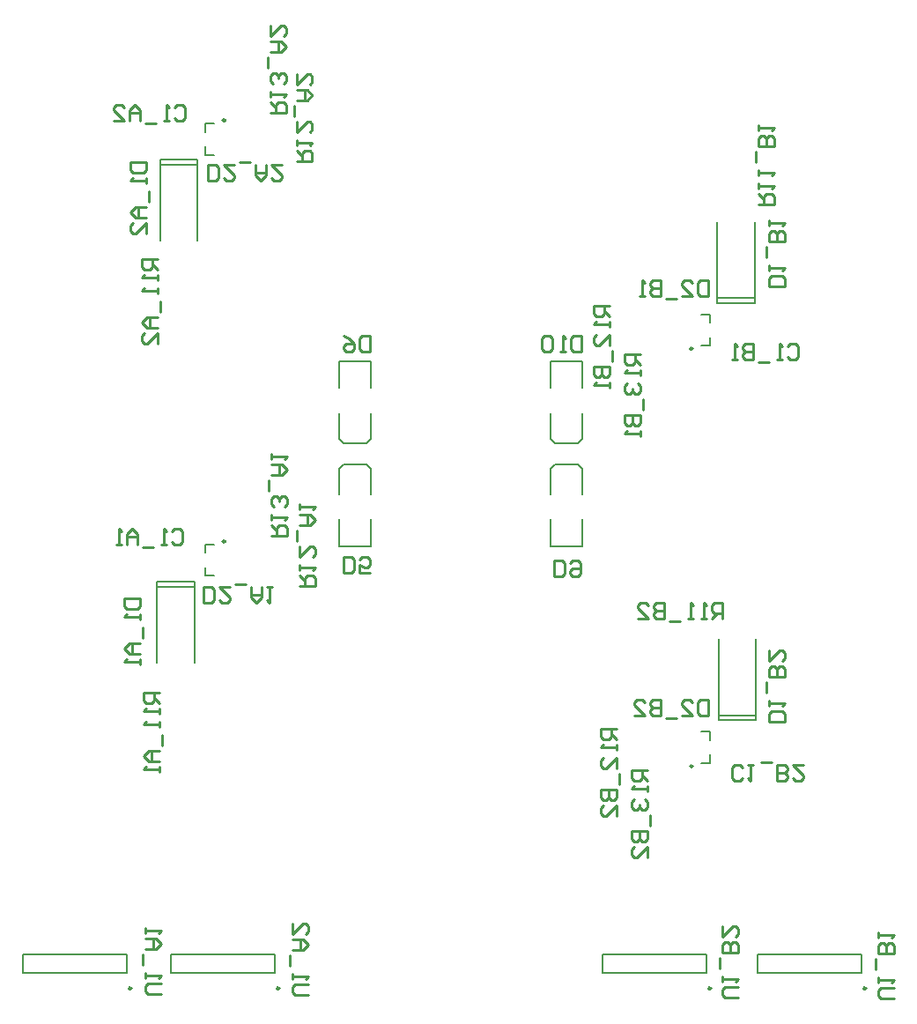
<source format=gbo>
%FSLAX24Y24*%
%MOIN*%
G70*
G01*
G75*
G04 Layer_Color=32896*
%ADD10R,0.0276X0.0354*%
%ADD11R,0.0906X0.0906*%
%ADD12R,0.0354X0.0276*%
%ADD13R,0.0394X0.0433*%
%ADD14R,0.0591X0.0236*%
%ADD15C,0.0787*%
%ADD16C,0.0100*%
%ADD17C,0.0984*%
%ADD18C,0.1575*%
%ADD19C,0.0591*%
%ADD20C,0.1181*%
%ADD21R,0.0591X0.0591*%
%ADD22C,0.0500*%
%ADD23R,0.0906X0.0906*%
%ADD24R,0.0433X0.0394*%
%ADD25R,0.0906X0.0984*%
%ADD26R,0.0453X0.0236*%
%ADD27O,0.0236X0.0866*%
%ADD28C,0.0098*%
%ADD29C,0.0079*%
%ADD30C,0.0394*%
%ADD31C,0.0090*%
%ADD32C,0.0080*%
%ADD33R,0.0356X0.0434*%
%ADD34R,0.0986X0.0986*%
%ADD35R,0.0434X0.0356*%
%ADD36R,0.0474X0.0513*%
%ADD37R,0.0671X0.0316*%
%ADD38C,0.1064*%
%ADD39C,0.1655*%
%ADD40C,0.0671*%
%ADD41C,0.1261*%
%ADD42R,0.0671X0.0671*%
%ADD43C,0.0580*%
%ADD44R,0.0986X0.0986*%
%ADD45R,0.0513X0.0474*%
%ADD46R,0.0986X0.1064*%
%ADD47R,0.0533X0.0316*%
%ADD48O,0.0316X0.0946*%
D16*
X16350Y27726D02*
Y27126D01*
X16050D01*
X15950Y27226D01*
Y27626D01*
X16050Y27726D01*
X16350D01*
X15350D02*
X15550Y27626D01*
X15750Y27426D01*
Y27226D01*
X15650Y27126D01*
X15450D01*
X15350Y27226D01*
Y27326D01*
X15450Y27426D01*
X15750D01*
X15354Y18770D02*
Y19370D01*
X15654D01*
X15754Y19270D01*
Y18870D01*
X15654Y18770D01*
X15354D01*
X16354D02*
X15954D01*
Y19070D01*
X16154Y18970D01*
X16254D01*
X16354Y19070D01*
Y19270D01*
X16254Y19370D01*
X16054D01*
X15954Y19270D01*
X23346Y18652D02*
Y19252D01*
X23646D01*
X23746Y19152D01*
Y18752D01*
X23646Y18652D01*
X23346D01*
X23946Y19152D02*
X24046Y19252D01*
X24246D01*
X24346Y19152D01*
Y18752D01*
X24246Y18652D01*
X24046D01*
X23946Y18752D01*
Y18852D01*
X24046Y18952D01*
X24346D01*
X24350Y27726D02*
Y27126D01*
X24050D01*
X23950Y27226D01*
Y27626D01*
X24050Y27726D01*
X24350D01*
X23750Y27126D02*
X23550D01*
X23650D01*
Y27726D01*
X23750Y27626D01*
X23250D02*
X23150Y27726D01*
X22950D01*
X22850Y27626D01*
Y27226D01*
X22950Y27126D01*
X23150D01*
X23250Y27226D01*
Y27626D01*
X14025Y2795D02*
X13525D01*
X13425Y2895D01*
Y3095D01*
X13525Y3195D01*
X14025D01*
X13425Y3395D02*
Y3595D01*
Y3495D01*
X14025D01*
X13925Y3395D01*
X13325Y3895D02*
Y4295D01*
X13425Y4495D02*
X13825D01*
X14025Y4695D01*
X13825Y4895D01*
X13425D01*
X13725D01*
Y4495D01*
X13425Y5494D02*
Y5095D01*
X13825Y5494D01*
X13925D01*
X14025Y5394D01*
Y5195D01*
X13925Y5095D01*
X8852Y20342D02*
X8952Y20442D01*
X9152D01*
X9252Y20342D01*
Y19942D01*
X9152Y19843D01*
X8952D01*
X8852Y19942D01*
X8652Y19843D02*
X8452D01*
X8552D01*
Y20442D01*
X8652Y20342D01*
X8152Y19743D02*
X7752D01*
X7553Y19843D02*
Y20242D01*
X7353Y20442D01*
X7153Y20242D01*
Y19843D01*
Y20142D01*
X7553D01*
X6953Y19843D02*
X6753D01*
X6853D01*
Y20442D01*
X6953Y20342D01*
X8970Y36366D02*
X9070Y36466D01*
X9270D01*
X9370Y36366D01*
Y35966D01*
X9270Y35866D01*
X9070D01*
X8970Y35966D01*
X8770Y35866D02*
X8570D01*
X8670D01*
Y36466D01*
X8770Y36366D01*
X8270Y35766D02*
X7871D01*
X7671Y35866D02*
Y36266D01*
X7471Y36466D01*
X7271Y36266D01*
Y35866D01*
Y36166D01*
X7671D01*
X6671Y35866D02*
X7071D01*
X6671Y36266D01*
Y36366D01*
X6771Y36466D01*
X6971D01*
X7071Y36366D01*
X32159Y27350D02*
X32259Y27450D01*
X32459D01*
X32559Y27350D01*
Y26950D01*
X32459Y26850D01*
X32259D01*
X32159Y26950D01*
X31959Y26850D02*
X31759D01*
X31859D01*
Y27450D01*
X31959Y27350D01*
X31459Y26750D02*
X31060D01*
X30860Y27450D02*
Y26850D01*
X30560D01*
X30460Y26950D01*
Y27050D01*
X30560Y27150D01*
X30860D01*
X30560D01*
X30460Y27250D01*
Y27350D01*
X30560Y27450D01*
X30860D01*
X30260Y26850D02*
X30060D01*
X30160D01*
Y27450D01*
X30260Y27350D01*
X30479Y10996D02*
X30379Y10896D01*
X30179D01*
X30079Y10996D01*
Y11396D01*
X30179Y11496D01*
X30379D01*
X30479Y11396D01*
X30679Y11496D02*
X30878D01*
X30779D01*
Y10896D01*
X30679Y10996D01*
X31178Y11596D02*
X31578D01*
X31778Y10896D02*
Y11496D01*
X32078D01*
X32178Y11396D01*
Y11296D01*
X32078Y11196D01*
X31778D01*
X32078D01*
X32178Y11096D01*
Y10996D01*
X32078Y10896D01*
X31778D01*
X32778Y11496D02*
X32378D01*
X32778Y11096D01*
Y10996D01*
X32678Y10896D01*
X32478D01*
X32378Y10996D01*
X7077Y17795D02*
X7677D01*
Y17495D01*
X7577Y17395D01*
X7177D01*
X7077Y17495D01*
Y17795D01*
X7677Y17195D02*
Y16996D01*
Y17096D01*
X7077D01*
X7177Y17195D01*
X7777Y16696D02*
Y16296D01*
X7677Y16096D02*
X7277D01*
X7077Y15896D01*
X7277Y15696D01*
X7677D01*
X7377D01*
Y16096D01*
X7677Y15496D02*
Y15296D01*
Y15396D01*
X7077D01*
X7177Y15496D01*
X7314Y34291D02*
X7913D01*
Y33991D01*
X7813Y33891D01*
X7414D01*
X7314Y33991D01*
Y34291D01*
X7913Y33692D02*
Y33492D01*
Y33592D01*
X7314D01*
X7414Y33692D01*
X8013Y33192D02*
Y32792D01*
X7913Y32592D02*
X7514D01*
X7314Y32392D01*
X7514Y32192D01*
X7913D01*
X7613D01*
Y32592D01*
X7913Y31592D02*
Y31992D01*
X7514Y31592D01*
X7414D01*
X7314Y31692D01*
Y31892D01*
X7414Y31992D01*
X32057Y29606D02*
X31457D01*
Y29906D01*
X31557Y30006D01*
X31957D01*
X32057Y29906D01*
Y29606D01*
X31457Y30206D02*
Y30406D01*
Y30306D01*
X32057D01*
X31957Y30206D01*
X31357Y30706D02*
Y31106D01*
X32057Y31306D02*
X31457D01*
Y31606D01*
X31557Y31706D01*
X31657D01*
X31757Y31606D01*
Y31306D01*
Y31606D01*
X31857Y31706D01*
X31957D01*
X32057Y31606D01*
Y31306D01*
X31457Y31906D02*
Y32105D01*
Y32006D01*
X32057D01*
X31957Y31906D01*
X32057Y13150D02*
X31457D01*
Y13450D01*
X31557Y13549D01*
X31957D01*
X32057Y13450D01*
Y13150D01*
X31457Y13749D02*
Y13949D01*
Y13849D01*
X32057D01*
X31957Y13749D01*
X31357Y14249D02*
Y14649D01*
X32057Y14849D02*
X31457D01*
Y15149D01*
X31557Y15249D01*
X31657D01*
X31757Y15149D01*
Y14849D01*
Y15149D01*
X31857Y15249D01*
X31957D01*
X32057Y15149D01*
Y14849D01*
X31457Y15849D02*
Y15449D01*
X31857Y15849D01*
X31957D01*
X32057Y15749D01*
Y15549D01*
X31957Y15449D01*
X10079Y17629D02*
Y18228D01*
X10379D01*
X10479Y18128D01*
Y17729D01*
X10379Y17629D01*
X10079D01*
X11078Y18228D02*
X10679D01*
X11078Y17828D01*
Y17729D01*
X10978Y17629D01*
X10779D01*
X10679Y17729D01*
X11278Y18328D02*
X11678D01*
X11878Y18228D02*
Y17828D01*
X12078Y17629D01*
X12278Y17828D01*
Y18228D01*
Y17928D01*
X11878D01*
X12478Y18228D02*
X12678D01*
X12578D01*
Y17629D01*
X12478Y17729D01*
X10236Y33613D02*
Y34213D01*
X10536D01*
X10636Y34113D01*
Y33713D01*
X10536Y33613D01*
X10236D01*
X11236Y34213D02*
X10836D01*
X11236Y33813D01*
Y33713D01*
X11136Y33613D01*
X10936D01*
X10836Y33713D01*
X11436Y34313D02*
X11836D01*
X12036Y34213D02*
Y33813D01*
X12236Y33613D01*
X12436Y33813D01*
Y34213D01*
Y33913D01*
X12036D01*
X13035Y34213D02*
X12635D01*
X13035Y33813D01*
Y33713D01*
X12935Y33613D01*
X12735D01*
X12635Y33713D01*
X29173Y29852D02*
Y29252D01*
X28873D01*
X28773Y29352D01*
Y29752D01*
X28873Y29852D01*
X29173D01*
X28174Y29252D02*
X28573D01*
X28174Y29652D01*
Y29752D01*
X28274Y29852D01*
X28473D01*
X28573Y29752D01*
X27974Y29152D02*
X27574D01*
X27374Y29852D02*
Y29252D01*
X27074D01*
X26974Y29352D01*
Y29452D01*
X27074Y29552D01*
X27374D01*
X27074D01*
X26974Y29652D01*
Y29752D01*
X27074Y29852D01*
X27374D01*
X26774Y29252D02*
X26574D01*
X26674D01*
Y29852D01*
X26774Y29752D01*
X29173Y13986D02*
Y13386D01*
X28873D01*
X28773Y13486D01*
Y13886D01*
X28873Y13986D01*
X29173D01*
X28174Y13386D02*
X28573D01*
X28174Y13786D01*
Y13886D01*
X28274Y13986D01*
X28473D01*
X28573Y13886D01*
X27974Y13286D02*
X27574D01*
X27374Y13986D02*
Y13386D01*
X27074D01*
X26974Y13486D01*
Y13586D01*
X27074Y13686D01*
X27374D01*
X27074D01*
X26974Y13786D01*
Y13886D01*
X27074Y13986D01*
X27374D01*
X26374Y13386D02*
X26774D01*
X26374Y13786D01*
Y13886D01*
X26474Y13986D01*
X26674D01*
X26774Y13886D01*
X8386Y14252D02*
X7786D01*
Y13952D01*
X7886Y13852D01*
X8086D01*
X8186Y13952D01*
Y14252D01*
Y14052D02*
X8386Y13852D01*
Y13652D02*
Y13452D01*
Y13552D01*
X7786D01*
X7886Y13652D01*
X8386Y13152D02*
Y12952D01*
Y13052D01*
X7786D01*
X7886Y13152D01*
X8486Y12652D02*
Y12253D01*
X8386Y12053D02*
X7986D01*
X7786Y11853D01*
X7986Y11653D01*
X8386D01*
X8086D01*
Y12053D01*
X8386Y11453D02*
Y11253D01*
Y11353D01*
X7786D01*
X7886Y11453D01*
X8346Y30630D02*
X7747D01*
Y30330D01*
X7847Y30230D01*
X8047D01*
X8147Y30330D01*
Y30630D01*
Y30430D02*
X8346Y30230D01*
Y30030D02*
Y29830D01*
Y29930D01*
X7747D01*
X7847Y30030D01*
X8346Y29530D02*
Y29330D01*
Y29430D01*
X7747D01*
X7847Y29530D01*
X8446Y29030D02*
Y28631D01*
X8346Y28431D02*
X7947D01*
X7747Y28231D01*
X7947Y28031D01*
X8346D01*
X8047D01*
Y28431D01*
X8346Y27431D02*
Y27831D01*
X7947Y27431D01*
X7847D01*
X7747Y27531D01*
Y27731D01*
X7847Y27831D01*
X31063Y32717D02*
X31663D01*
Y33016D01*
X31563Y33116D01*
X31363D01*
X31263Y33016D01*
Y32717D01*
Y32916D02*
X31063Y33116D01*
Y33316D02*
Y33516D01*
Y33416D01*
X31663D01*
X31563Y33316D01*
X31063Y33816D02*
Y34016D01*
Y33916D01*
X31663D01*
X31563Y33816D01*
X30963Y34316D02*
Y34716D01*
X31663Y34916D02*
X31063D01*
Y35216D01*
X31163Y35316D01*
X31263D01*
X31363Y35216D01*
Y34916D01*
Y35216D01*
X31463Y35316D01*
X31563D01*
X31663Y35216D01*
Y34916D01*
X31063Y35516D02*
Y35716D01*
Y35616D01*
X31663D01*
X31563Y35516D01*
X29685Y17047D02*
Y17647D01*
X29385D01*
X29285Y17547D01*
Y17347D01*
X29385Y17247D01*
X29685D01*
X29485D02*
X29285Y17047D01*
X29085D02*
X28885D01*
X28985D01*
Y17647D01*
X29085Y17547D01*
X28585Y17047D02*
X28385D01*
X28485D01*
Y17647D01*
X28585Y17547D01*
X28086Y16947D02*
X27686D01*
X27486Y17647D02*
Y17047D01*
X27186D01*
X27086Y17147D01*
Y17247D01*
X27186Y17347D01*
X27486D01*
X27186D01*
X27086Y17447D01*
Y17547D01*
X27186Y17647D01*
X27486D01*
X26486Y17047D02*
X26886D01*
X26486Y17447D01*
Y17547D01*
X26586Y17647D01*
X26786D01*
X26886Y17547D01*
X13701Y18268D02*
X14301D01*
Y18568D01*
X14201Y18668D01*
X14001D01*
X13901Y18568D01*
Y18268D01*
Y18468D02*
X13701Y18668D01*
Y18868D02*
Y19067D01*
Y18967D01*
X14301D01*
X14201Y18868D01*
X13701Y19767D02*
Y19367D01*
X14101Y19767D01*
X14201D01*
X14301Y19667D01*
Y19467D01*
X14201Y19367D01*
X13601Y19967D02*
Y20367D01*
X13701Y20567D02*
X14101D01*
X14301Y20767D01*
X14101Y20967D01*
X13701D01*
X14001D01*
Y20567D01*
X13701Y21167D02*
Y21367D01*
Y21267D01*
X14301D01*
X14201Y21167D01*
X13583Y34331D02*
X14182D01*
Y34631D01*
X14083Y34731D01*
X13883D01*
X13783Y34631D01*
Y34331D01*
Y34531D02*
X13583Y34731D01*
Y34931D02*
Y35130D01*
Y35030D01*
X14182D01*
X14083Y34931D01*
X13583Y35830D02*
Y35430D01*
X13983Y35830D01*
X14083D01*
X14182Y35730D01*
Y35530D01*
X14083Y35430D01*
X13483Y36030D02*
Y36430D01*
X13583Y36630D02*
X13983D01*
X14182Y36830D01*
X13983Y37030D01*
X13583D01*
X13883D01*
Y36630D01*
X13583Y37630D02*
Y37230D01*
X13983Y37630D01*
X14083D01*
X14182Y37530D01*
Y37330D01*
X14083Y37230D01*
X25433Y28858D02*
X24833D01*
Y28558D01*
X24933Y28458D01*
X25133D01*
X25233Y28558D01*
Y28858D01*
Y28658D02*
X25433Y28458D01*
Y28258D02*
Y28059D01*
Y28158D01*
X24833D01*
X24933Y28258D01*
X25433Y27359D02*
Y27759D01*
X25033Y27359D01*
X24933D01*
X24833Y27459D01*
Y27659D01*
X24933Y27759D01*
X25533Y27159D02*
Y26759D01*
X24833Y26559D02*
X25433D01*
Y26259D01*
X25333Y26159D01*
X25233D01*
X25133Y26259D01*
Y26559D01*
Y26259D01*
X25033Y26159D01*
X24933D01*
X24833Y26259D01*
Y26559D01*
X25433Y25959D02*
Y25759D01*
Y25859D01*
X24833D01*
X24933Y25959D01*
X25709Y12874D02*
X25109D01*
Y12574D01*
X25209Y12474D01*
X25409D01*
X25509Y12574D01*
Y12874D01*
Y12674D02*
X25709Y12474D01*
Y12274D02*
Y12074D01*
Y12174D01*
X25109D01*
X25209Y12274D01*
X25709Y11374D02*
Y11774D01*
X25309Y11374D01*
X25209D01*
X25109Y11474D01*
Y11674D01*
X25209Y11774D01*
X25809Y11175D02*
Y10775D01*
X25109Y10575D02*
X25709D01*
Y10275D01*
X25609Y10175D01*
X25509D01*
X25409Y10275D01*
Y10575D01*
Y10275D01*
X25309Y10175D01*
X25209D01*
X25109Y10275D01*
Y10575D01*
X25709Y9575D02*
Y9975D01*
X25309Y9575D01*
X25209D01*
X25109Y9675D01*
Y9875D01*
X25209Y9975D01*
X12638Y20157D02*
X13238D01*
Y20457D01*
X13138Y20557D01*
X12938D01*
X12838Y20457D01*
Y20157D01*
Y20357D02*
X12638Y20557D01*
Y20757D02*
Y20957D01*
Y20857D01*
X13238D01*
X13138Y20757D01*
Y21257D02*
X13238Y21357D01*
Y21557D01*
X13138Y21657D01*
X13038D01*
X12938Y21557D01*
Y21457D01*
Y21557D01*
X12838Y21657D01*
X12738D01*
X12638Y21557D01*
Y21357D01*
X12738Y21257D01*
X12538Y21857D02*
Y22257D01*
X12638Y22457D02*
X13038D01*
X13238Y22657D01*
X13038Y22857D01*
X12638D01*
X12938D01*
Y22457D01*
X12638Y23057D02*
Y23256D01*
Y23157D01*
X13238D01*
X13138Y23057D01*
X12598Y36181D02*
X13198D01*
Y36481D01*
X13098Y36581D01*
X12898D01*
X12798Y36481D01*
Y36181D01*
Y36381D02*
X12598Y36581D01*
Y36781D02*
Y36981D01*
Y36881D01*
X13198D01*
X13098Y36781D01*
Y37281D02*
X13198Y37381D01*
Y37581D01*
X13098Y37681D01*
X12998D01*
X12898Y37581D01*
Y37481D01*
Y37581D01*
X12798Y37681D01*
X12698D01*
X12598Y37581D01*
Y37381D01*
X12698Y37281D01*
X12498Y37881D02*
Y38280D01*
X12598Y38480D02*
X12998D01*
X13198Y38680D01*
X12998Y38880D01*
X12598D01*
X12898D01*
Y38480D01*
X12598Y39480D02*
Y39080D01*
X12998Y39480D01*
X13098D01*
X13198Y39380D01*
Y39180D01*
X13098Y39080D01*
X26614Y27047D02*
X26014D01*
Y26747D01*
X26114Y26647D01*
X26314D01*
X26414Y26747D01*
Y27047D01*
Y26847D02*
X26614Y26647D01*
Y26447D02*
Y26247D01*
Y26347D01*
X26014D01*
X26114Y26447D01*
Y25948D02*
X26014Y25848D01*
Y25648D01*
X26114Y25548D01*
X26214D01*
X26314Y25648D01*
Y25748D01*
Y25648D01*
X26414Y25548D01*
X26514D01*
X26614Y25648D01*
Y25848D01*
X26514Y25948D01*
X26714Y25348D02*
Y24948D01*
X26014Y24748D02*
X26614D01*
Y24448D01*
X26514Y24348D01*
X26414D01*
X26314Y24448D01*
Y24748D01*
Y24448D01*
X26214Y24348D01*
X26114D01*
X26014Y24448D01*
Y24748D01*
X26614Y24148D02*
Y23948D01*
Y24048D01*
X26014D01*
X26114Y24148D01*
X26850Y11299D02*
X26251D01*
Y10999D01*
X26351Y10899D01*
X26550D01*
X26650Y10999D01*
Y11299D01*
Y11099D02*
X26850Y10899D01*
Y10699D02*
Y10499D01*
Y10599D01*
X26251D01*
X26351Y10699D01*
Y10200D02*
X26251Y10100D01*
Y9900D01*
X26351Y9800D01*
X26451D01*
X26550Y9900D01*
Y10000D01*
Y9900D01*
X26650Y9800D01*
X26750D01*
X26850Y9900D01*
Y10100D01*
X26750Y10200D01*
X26950Y9600D02*
Y9200D01*
X26251Y9000D02*
X26850D01*
Y8700D01*
X26750Y8600D01*
X26650D01*
X26550Y8700D01*
Y9000D01*
Y8700D01*
X26451Y8600D01*
X26351D01*
X26251Y8700D01*
Y9000D01*
X26850Y8000D02*
Y8400D01*
X26451Y8000D01*
X26351D01*
X26251Y8100D01*
Y8300D01*
X26351Y8400D01*
X8474Y2835D02*
X7974D01*
X7874Y2935D01*
Y3135D01*
X7974Y3235D01*
X8474D01*
X7874Y3434D02*
Y3634D01*
Y3534D01*
X8474D01*
X8374Y3434D01*
X7774Y3934D02*
Y4334D01*
X7874Y4534D02*
X8274D01*
X8474Y4734D01*
X8274Y4934D01*
X7874D01*
X8174D01*
Y4534D01*
X7874Y5134D02*
Y5334D01*
Y5234D01*
X8474D01*
X8374Y5134D01*
X36190Y2677D02*
X35691D01*
X35591Y2777D01*
Y2977D01*
X35691Y3077D01*
X36190D01*
X35591Y3277D02*
Y3477D01*
Y3377D01*
X36190D01*
X36090Y3277D01*
X35491Y3777D02*
Y4177D01*
X36190Y4377D02*
X35591D01*
Y4677D01*
X35691Y4776D01*
X35790D01*
X35890Y4677D01*
Y4377D01*
Y4677D01*
X35990Y4776D01*
X36090D01*
X36190Y4677D01*
Y4377D01*
X35591Y4976D02*
Y5176D01*
Y5076D01*
X36190D01*
X36090Y4976D01*
X30285Y2717D02*
X29785D01*
X29685Y2817D01*
Y3016D01*
X29785Y3116D01*
X30285D01*
X29685Y3316D02*
Y3516D01*
Y3416D01*
X30285D01*
X30185Y3316D01*
X29585Y3816D02*
Y4216D01*
X30285Y4416D02*
X29685D01*
Y4716D01*
X29785Y4816D01*
X29885D01*
X29985Y4716D01*
Y4416D01*
Y4716D01*
X30085Y4816D01*
X30185D01*
X30285Y4716D01*
Y4416D01*
X29685Y5416D02*
Y5016D01*
X30085Y5416D01*
X30185D01*
X30285Y5316D01*
Y5116D01*
X30185Y5016D01*
D28*
X10892Y19955D02*
G03*
X10892Y19955I-49J0D01*
G01*
X10892Y35885D02*
G03*
X10892Y35885I-49J0D01*
G01*
X28577Y27250D02*
G03*
X28577Y27250I-49J0D01*
G01*
Y11461D02*
G03*
X28577Y11461I-49J0D01*
G01*
X29272Y3055D02*
G03*
X29272Y3055I-49J0D01*
G01*
X35134D02*
G03*
X35134Y3055I-49J0D01*
G01*
X12934D02*
G03*
X12934Y3055I-49J0D01*
G01*
X7334D02*
G03*
X7334Y3055I-49J0D01*
G01*
D29*
X24410Y23849D02*
Y24813D01*
X23190Y23849D02*
Y24813D01*
Y25758D02*
Y26782D01*
X24410Y25758D02*
Y26782D01*
X23367Y23672D02*
X24233D01*
X23190Y23849D02*
X23367Y23672D01*
X24233D02*
X24410Y23849D01*
X23190Y26782D02*
X24410D01*
X15190Y21743D02*
Y22707D01*
X16410Y21743D02*
Y22707D01*
Y19774D02*
Y20798D01*
X15190Y19774D02*
Y20798D01*
X15367Y22884D02*
X16233D01*
X16410Y22707D01*
X15190D02*
X15367Y22884D01*
X15190Y19774D02*
X16410D01*
Y23849D02*
Y24813D01*
X15190Y23849D02*
Y24813D01*
Y25758D02*
Y26782D01*
X16410Y25758D02*
Y26782D01*
X15367Y23672D02*
X16233D01*
X15190Y23849D02*
X15367Y23672D01*
X16233D02*
X16410Y23849D01*
X15190Y26782D02*
X16410D01*
X8309Y15376D02*
Y18447D01*
X9727D01*
Y15376D02*
Y18447D01*
X8309Y18250D02*
X9727D01*
X10124Y18656D02*
Y18971D01*
Y18656D02*
X10478D01*
X10124Y19522D02*
Y19837D01*
X10478D01*
X8426Y31340D02*
Y34411D01*
X9843D01*
Y31340D02*
Y34411D01*
X8426Y34214D02*
X9843D01*
X10124Y34586D02*
Y34901D01*
Y34586D02*
X10478D01*
X10124Y35452D02*
Y35767D01*
X10478D01*
X30928Y28969D02*
Y32039D01*
X29511Y28969D02*
X30928D01*
X29511D02*
Y32039D01*
Y29165D02*
X30928D01*
X29246Y28235D02*
Y28550D01*
X28892D02*
X29246D01*
Y27369D02*
Y27683D01*
X28892Y27369D02*
X29246D01*
X30974Y13189D02*
Y16260D01*
X29557Y13189D02*
X30974D01*
X29557D02*
Y16260D01*
Y13386D02*
X30974D01*
X29246Y12446D02*
Y12761D01*
X28892D02*
X29246D01*
Y11580D02*
Y11894D01*
X28892Y11580D02*
X29246D01*
X25170Y3646D02*
Y4354D01*
X29107Y3646D02*
Y4354D01*
X25170D02*
X29107D01*
X25170Y3646D02*
X29107D01*
X31031D02*
Y4354D01*
X34969Y3646D02*
Y4354D01*
X31031D02*
X34969D01*
X31031Y3646D02*
X34969D01*
X8831D02*
X12768D01*
X8831Y4354D02*
X12768D01*
Y3646D02*
Y4354D01*
X8831Y3646D02*
Y4354D01*
X3232Y3646D02*
Y4354D01*
X7168Y3646D02*
Y4354D01*
X3232D02*
X7168D01*
X3232Y3646D02*
X7168D01*
X23190Y21743D02*
Y22707D01*
X24410Y21743D02*
Y22707D01*
Y19774D02*
Y20798D01*
X23190Y19774D02*
Y20798D01*
X23367Y22884D02*
X24233D01*
X24410Y22707D01*
X23190D02*
X23367Y22884D01*
X23190Y19774D02*
X24410D01*
M02*

</source>
